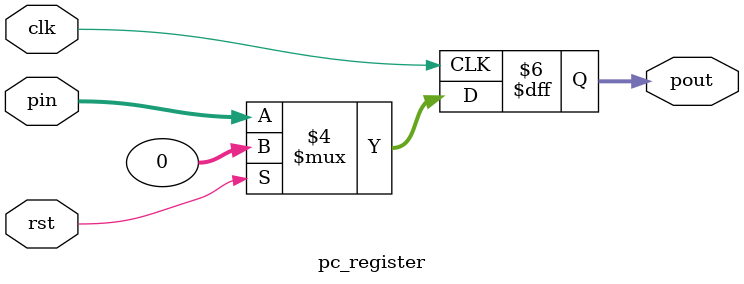
<source format=sv>
module pc_register(clk,rst,pin, pout);
    input clk,rst;
    input [31:0] pin;
    output [31:0] pout;
    reg [31:0] pout = 32'd0;
    always @(posedge clk) begin
        if(rst)
            pout <= 32'd0;
        else
            pout <= pin;
    end
endmodule
</source>
